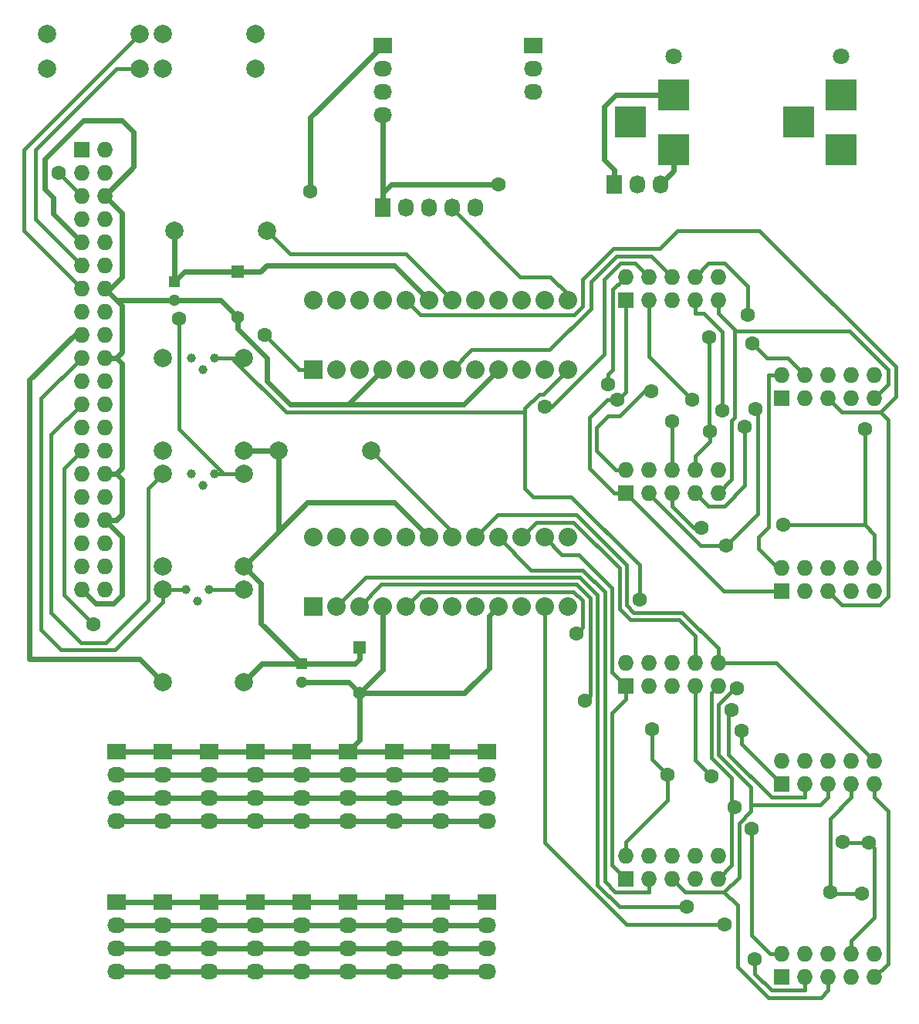
<source format=gbr>
G04 #@! TF.FileFunction,Copper,L1,Top,Signal*
%FSLAX46Y46*%
G04 Gerber Fmt 4.6, Leading zero omitted, Abs format (unit mm)*
G04 Created by KiCad (PCBNEW 4.0.2-stable) date Friday, 12 August 2016 'pmt' 16:12:33*
%MOMM*%
G01*
G04 APERTURE LIST*
%ADD10C,0.100000*%
%ADD11R,1.300000X1.300000*%
%ADD12C,1.300000*%
%ADD13R,1.400000X1.400000*%
%ADD14C,1.400000*%
%ADD15R,3.500120X3.500120*%
%ADD16C,1.800000*%
%ADD17R,2.032000X1.727200*%
%ADD18O,2.032000X1.727200*%
%ADD19R,1.727200X2.032000*%
%ADD20O,1.727200X2.032000*%
%ADD21R,1.727200X1.727200*%
%ADD22O,1.727200X1.727200*%
%ADD23C,1.000760*%
%ADD24C,1.998980*%
%ADD25R,2.032000X2.032000*%
%ADD26C,2.032000*%
%ADD27C,1.600000*%
%ADD28C,0.600000*%
%ADD29C,0.400000*%
G04 APERTURE END LIST*
D10*
D11*
X29210000Y-118650000D03*
D12*
X29210000Y-120650000D03*
D13*
X36195000Y-117555000D03*
D14*
X36195000Y-122555000D03*
D13*
X49530000Y-158750000D03*
D14*
X49530000Y-163750000D03*
D15*
X102423000Y-104148140D03*
X102423000Y-98148660D03*
X97724000Y-101148400D03*
D16*
X102423000Y-93948000D03*
D15*
X84008000Y-104148140D03*
X84008000Y-98148660D03*
X79309000Y-101148400D03*
D16*
X84008000Y-93948000D03*
D17*
X22860000Y-186690000D03*
D18*
X22860000Y-189230000D03*
X22860000Y-191770000D03*
X22860000Y-194310000D03*
D17*
X22860000Y-170180000D03*
D18*
X22860000Y-172720000D03*
X22860000Y-175260000D03*
X22860000Y-177800000D03*
D17*
X27940000Y-186690000D03*
D18*
X27940000Y-189230000D03*
X27940000Y-191770000D03*
X27940000Y-194310000D03*
D17*
X27940000Y-170180000D03*
D18*
X27940000Y-172720000D03*
X27940000Y-175260000D03*
X27940000Y-177800000D03*
D17*
X33020000Y-186690000D03*
D18*
X33020000Y-189230000D03*
X33020000Y-191770000D03*
X33020000Y-194310000D03*
D17*
X33020000Y-170180000D03*
D18*
X33020000Y-172720000D03*
X33020000Y-175260000D03*
X33020000Y-177800000D03*
D17*
X38100000Y-186690000D03*
D18*
X38100000Y-189230000D03*
X38100000Y-191770000D03*
X38100000Y-194310000D03*
D17*
X38100000Y-170180000D03*
D18*
X38100000Y-172720000D03*
X38100000Y-175260000D03*
X38100000Y-177800000D03*
D17*
X43180000Y-186690000D03*
D18*
X43180000Y-189230000D03*
X43180000Y-191770000D03*
X43180000Y-194310000D03*
D17*
X43180000Y-170180000D03*
D18*
X43180000Y-172720000D03*
X43180000Y-175260000D03*
X43180000Y-177800000D03*
D17*
X48260000Y-186690000D03*
D18*
X48260000Y-189230000D03*
X48260000Y-191770000D03*
X48260000Y-194310000D03*
D17*
X48260000Y-170180000D03*
D18*
X48260000Y-172720000D03*
X48260000Y-175260000D03*
X48260000Y-177800000D03*
D17*
X53340000Y-186690000D03*
D18*
X53340000Y-189230000D03*
X53340000Y-191770000D03*
X53340000Y-194310000D03*
D17*
X53340000Y-170180000D03*
D18*
X53340000Y-172720000D03*
X53340000Y-175260000D03*
X53340000Y-177800000D03*
D17*
X58420000Y-186690000D03*
D18*
X58420000Y-189230000D03*
X58420000Y-191770000D03*
X58420000Y-194310000D03*
D17*
X58420000Y-170180000D03*
D18*
X58420000Y-172720000D03*
X58420000Y-175260000D03*
X58420000Y-177800000D03*
D17*
X63500000Y-186690000D03*
D18*
X63500000Y-189230000D03*
X63500000Y-191770000D03*
X63500000Y-194310000D03*
D17*
X63500000Y-170180000D03*
D18*
X63500000Y-172720000D03*
X63500000Y-175260000D03*
X63500000Y-177800000D03*
D19*
X52070000Y-110490000D03*
D20*
X54610000Y-110490000D03*
X57150000Y-110490000D03*
X59690000Y-110490000D03*
X62230000Y-110490000D03*
D21*
X95885000Y-194945000D03*
D22*
X95885000Y-192405000D03*
X98425000Y-194945000D03*
X98425000Y-192405000D03*
X100965000Y-194945000D03*
X100965000Y-192405000D03*
X103505000Y-194945000D03*
X103505000Y-192405000D03*
X106045000Y-194945000D03*
X106045000Y-192405000D03*
D21*
X78740000Y-184150000D03*
D22*
X78740000Y-181610000D03*
X81280000Y-184150000D03*
X81280000Y-181610000D03*
X83820000Y-184150000D03*
X83820000Y-181610000D03*
X86360000Y-184150000D03*
X86360000Y-181610000D03*
X88900000Y-184150000D03*
X88900000Y-181610000D03*
D21*
X95885000Y-173778000D03*
D22*
X95885000Y-171238000D03*
X98425000Y-173778000D03*
X98425000Y-171238000D03*
X100965000Y-173778000D03*
X100965000Y-171238000D03*
X103505000Y-173778000D03*
X103505000Y-171238000D03*
X106045000Y-173778000D03*
X106045000Y-171238000D03*
D21*
X78740000Y-162983000D03*
D22*
X78740000Y-160443000D03*
X81280000Y-162983000D03*
X81280000Y-160443000D03*
X83820000Y-162983000D03*
X83820000Y-160443000D03*
X86360000Y-162983000D03*
X86360000Y-160443000D03*
X88900000Y-162983000D03*
X88900000Y-160443000D03*
D21*
X78740000Y-141817000D03*
D22*
X78740000Y-139277000D03*
X81280000Y-141817000D03*
X81280000Y-139277000D03*
X83820000Y-141817000D03*
X83820000Y-139277000D03*
X86360000Y-141817000D03*
X86360000Y-139277000D03*
X88900000Y-141817000D03*
X88900000Y-139277000D03*
D21*
X78752400Y-120650000D03*
D22*
X78752400Y-118110000D03*
X81292400Y-120650000D03*
X81292400Y-118110000D03*
X83832400Y-120650000D03*
X83832400Y-118110000D03*
X86372400Y-120650000D03*
X86372400Y-118110000D03*
X88912400Y-120650000D03*
X88912400Y-118110000D03*
D21*
X95885000Y-152612000D03*
D22*
X95885000Y-150072000D03*
X98425000Y-152612000D03*
X98425000Y-150072000D03*
X100965000Y-152612000D03*
X100965000Y-150072000D03*
X103505000Y-152612000D03*
X103505000Y-150072000D03*
X106045000Y-152612000D03*
X106045000Y-150072000D03*
D21*
X95885000Y-131445000D03*
D22*
X95885000Y-128905000D03*
X98425000Y-131445000D03*
X98425000Y-128905000D03*
X100965000Y-131445000D03*
X100965000Y-128905000D03*
X103505000Y-131445000D03*
X103505000Y-128905000D03*
X106045000Y-131445000D03*
X106045000Y-128905000D03*
D19*
X77470000Y-107950000D03*
D20*
X80010000Y-107950000D03*
X82550000Y-107950000D03*
D17*
X68580000Y-92710000D03*
D18*
X68580000Y-95250000D03*
X68580000Y-97790000D03*
D17*
X52070000Y-92710000D03*
D18*
X52070000Y-95250000D03*
X52070000Y-97790000D03*
X52070000Y-100330000D03*
D23*
X32385000Y-128270000D03*
X31115000Y-127000000D03*
X33655000Y-127000000D03*
X32385000Y-140970000D03*
X31115000Y-139700000D03*
X33655000Y-139700000D03*
X31750000Y-153670000D03*
X30480000Y-152400000D03*
X33020000Y-152400000D03*
D24*
X27940000Y-137160000D03*
X27940000Y-127000000D03*
X36830000Y-137160000D03*
X36830000Y-127000000D03*
X27940000Y-149860000D03*
X27940000Y-139700000D03*
X36830000Y-149860000D03*
X36830000Y-139700000D03*
X27940000Y-162560000D03*
X27940000Y-152400000D03*
X36830000Y-162560000D03*
X36830000Y-152400000D03*
X40640000Y-137160000D03*
X50800000Y-137160000D03*
X29210000Y-113030000D03*
X39370000Y-113030000D03*
X25400000Y-95250000D03*
X15240000Y-95250000D03*
X38100000Y-95250000D03*
X27940000Y-95250000D03*
X25400000Y-91440000D03*
X15240000Y-91440000D03*
X38100000Y-91440000D03*
X27940000Y-91440000D03*
D21*
X19050000Y-104140000D03*
D22*
X21590000Y-104140000D03*
X19050000Y-106680000D03*
X21590000Y-106680000D03*
X19050000Y-109220000D03*
X21590000Y-109220000D03*
X19050000Y-111760000D03*
X21590000Y-111760000D03*
X19050000Y-114300000D03*
X21590000Y-114300000D03*
X19050000Y-116840000D03*
X21590000Y-116840000D03*
X19050000Y-119380000D03*
X21590000Y-119380000D03*
X19050000Y-121920000D03*
X21590000Y-121920000D03*
X19050000Y-124460000D03*
X21590000Y-124460000D03*
X19050000Y-127000000D03*
X21590000Y-127000000D03*
X19050000Y-129540000D03*
X21590000Y-129540000D03*
X19050000Y-132080000D03*
X21590000Y-132080000D03*
X19050000Y-134620000D03*
X21590000Y-134620000D03*
X19050000Y-137160000D03*
X21590000Y-137160000D03*
X19050000Y-139700000D03*
X21590000Y-139700000D03*
X19050000Y-142240000D03*
X21590000Y-142240000D03*
X19050000Y-144780000D03*
X21590000Y-144780000D03*
X19050000Y-147320000D03*
X21590000Y-147320000D03*
X19050000Y-149860000D03*
X21590000Y-149860000D03*
X19050000Y-152400000D03*
X21590000Y-152400000D03*
D25*
X44450000Y-154305000D03*
D26*
X46990000Y-154305000D03*
X49530000Y-154305000D03*
X52070000Y-154305000D03*
X54610000Y-154305000D03*
X57150000Y-154305000D03*
X59690000Y-154305000D03*
X62230000Y-154305000D03*
X64770000Y-154305000D03*
X67310000Y-154305000D03*
X69850000Y-154305000D03*
X72390000Y-154305000D03*
X72390000Y-146685000D03*
X69850000Y-146685000D03*
X67310000Y-146685000D03*
X64770000Y-146685000D03*
X62230000Y-146685000D03*
X59690000Y-146685000D03*
X57150000Y-146685000D03*
X54610000Y-146685000D03*
X52070000Y-146685000D03*
X49530000Y-146685000D03*
X46990000Y-146685000D03*
X44450000Y-146685000D03*
D25*
X44450000Y-128270000D03*
D26*
X46990000Y-128270000D03*
X49530000Y-128270000D03*
X52070000Y-128270000D03*
X54610000Y-128270000D03*
X57150000Y-128270000D03*
X59690000Y-128270000D03*
X62230000Y-128270000D03*
X64770000Y-128270000D03*
X67310000Y-128270000D03*
X69850000Y-128270000D03*
X72390000Y-128270000D03*
X72390000Y-120650000D03*
X69850000Y-120650000D03*
X67310000Y-120650000D03*
X64770000Y-120650000D03*
X62230000Y-120650000D03*
X59690000Y-120650000D03*
X57150000Y-120650000D03*
X54610000Y-120650000D03*
X52070000Y-120650000D03*
X49530000Y-120650000D03*
X46990000Y-120650000D03*
X44450000Y-120650000D03*
D11*
X43180000Y-160560000D03*
D12*
X43180000Y-162560000D03*
D27*
X64770000Y-107950000D03*
X44155600Y-108717900D03*
X16535021Y-106680000D03*
X20320000Y-156210000D03*
X29782500Y-122743200D03*
X80248400Y-153559500D03*
X91432100Y-167912500D03*
X83312400Y-172722600D03*
X92582400Y-178707800D03*
X81610100Y-167773800D03*
X92888700Y-192962200D03*
X90380100Y-165665200D03*
X85469400Y-187252700D03*
X90970700Y-163274900D03*
X89621700Y-189148200D03*
X88143400Y-172896100D03*
X101183600Y-185626200D03*
X104655300Y-185766300D03*
X105455700Y-180224300D03*
X102577500Y-180128900D03*
X90685300Y-176337500D03*
X74236900Y-164606500D03*
X73383300Y-157231000D03*
X77848543Y-131626543D03*
X76809391Y-129917681D03*
X81531100Y-130659800D03*
X89807900Y-147594200D03*
X86039900Y-131595100D03*
X92991500Y-132595700D03*
X87059300Y-145676700D03*
X83820000Y-133930700D03*
X91832400Y-134544600D03*
X89307000Y-132818200D03*
X92108000Y-122278000D03*
X88005900Y-135077700D03*
X87941300Y-124730200D03*
X104969000Y-134780500D03*
X96075800Y-145303800D03*
X69850000Y-132368900D03*
X92673800Y-125444100D03*
X39115000Y-124473400D03*
D28*
X57150000Y-120650000D02*
X53340000Y-116840000D01*
X53340000Y-116840000D02*
X39370000Y-116840000D01*
X39370000Y-116840000D02*
X38655000Y-117555000D01*
X38655000Y-117555000D02*
X36195000Y-117555000D01*
X38735000Y-156115000D02*
X43180000Y-160560000D01*
X38735000Y-151765000D02*
X38735000Y-156115000D01*
X36830000Y-149860000D02*
X38735000Y-151765000D01*
X53340000Y-142875000D02*
X57150000Y-146685000D01*
X43815000Y-142875000D02*
X53340000Y-142875000D01*
X40640000Y-146050000D02*
X43815000Y-142875000D01*
X37829500Y-148861000D02*
X40640000Y-146050000D01*
X36830000Y-149860000D02*
X37829500Y-148861000D01*
X29210000Y-118650000D02*
X29210000Y-113030000D01*
X30305000Y-117555000D02*
X29210000Y-118650000D01*
X36195000Y-117555000D02*
X30305000Y-117555000D01*
X40640000Y-137160000D02*
X36830000Y-137160000D01*
X40640000Y-146050000D02*
X40640000Y-137160000D01*
X49530000Y-160050000D02*
X49530000Y-158750000D01*
X49020000Y-160560000D02*
X49530000Y-160050000D01*
X43180000Y-160560000D02*
X49020000Y-160560000D01*
X38830000Y-160560000D02*
X36830000Y-162560000D01*
X43180000Y-160560000D02*
X38830000Y-160560000D01*
X22860000Y-127000000D02*
X23495000Y-127635000D01*
X23495000Y-127635000D02*
X23495000Y-139065000D01*
X23495000Y-139065000D02*
X22860000Y-139700000D01*
X21590000Y-119380000D02*
X23495000Y-121285000D01*
X23495000Y-121285000D02*
X23495000Y-126365000D01*
X23495000Y-126365000D02*
X22860000Y-127000000D01*
X22860000Y-127000000D02*
X22225000Y-127000000D01*
X21590000Y-109220000D02*
X23495000Y-111125000D01*
X23495000Y-111125000D02*
X23495000Y-118110000D01*
X23495000Y-118110000D02*
X22225000Y-119380000D01*
X22225000Y-119380000D02*
X21590000Y-119380000D01*
X21590000Y-127000000D02*
X22225000Y-127000000D01*
X21590000Y-139700000D02*
X22860000Y-139700000D01*
X23495000Y-144145000D02*
X22860000Y-144780000D01*
X22860000Y-139700000D02*
X23495000Y-140335000D01*
X23495000Y-140335000D02*
X23495000Y-144145000D01*
X22860000Y-144780000D02*
X21590000Y-144780000D01*
X52070000Y-108874000D02*
X52070000Y-100330000D01*
X15035011Y-105167988D02*
X15035011Y-108512819D01*
X17879816Y-102322990D02*
X15035011Y-105167988D01*
X15935022Y-111185022D02*
X19050000Y-114300000D01*
X15035011Y-108512819D02*
X15935022Y-109412829D01*
X19237806Y-100965000D02*
X17879816Y-102322990D01*
X23495000Y-100965000D02*
X19237806Y-100965000D01*
X21590000Y-109220000D02*
X24765000Y-106045000D01*
X15935022Y-109412829D02*
X15935022Y-111185022D01*
X24765000Y-102235000D02*
X23495000Y-100965000D01*
X24765000Y-106045000D02*
X24765000Y-102235000D01*
X52070000Y-161210000D02*
X52070000Y-154305000D01*
X49530000Y-163750000D02*
X52070000Y-161210000D01*
X49530000Y-168910000D02*
X48260000Y-170180000D01*
X49530000Y-163750000D02*
X49530000Y-168910000D01*
X58420000Y-170180000D02*
X63500000Y-170180000D01*
X53340000Y-170180000D02*
X58420000Y-170180000D01*
X48260000Y-170180000D02*
X53340000Y-170180000D01*
X43180000Y-170180000D02*
X48260000Y-170180000D01*
X38100000Y-170180000D02*
X43180000Y-170180000D01*
X33020000Y-170180000D02*
X38100000Y-170180000D01*
X27940000Y-170180000D02*
X33020000Y-170180000D01*
X22860000Y-170180000D02*
X27940000Y-170180000D01*
X58420000Y-186690000D02*
X63500000Y-186690000D01*
X53340000Y-186690000D02*
X58420000Y-186690000D01*
X48260000Y-186690000D02*
X53340000Y-186690000D01*
X43180000Y-186690000D02*
X48260000Y-186690000D01*
X38100000Y-186690000D02*
X43180000Y-186690000D01*
X33020000Y-186690000D02*
X38100000Y-186690000D01*
X27940000Y-186690000D02*
X33020000Y-186690000D01*
X22860000Y-186690000D02*
X27940000Y-186690000D01*
X60960000Y-132080000D02*
X64770000Y-128270000D01*
X48260000Y-132080000D02*
X60960000Y-132080000D01*
X52994000Y-107950000D02*
X64770000Y-107950000D01*
X52070000Y-108874000D02*
X52994000Y-107950000D01*
X22860000Y-120650000D02*
X21590000Y-119380000D01*
X29210000Y-120650000D02*
X22860000Y-120650000D01*
X34290000Y-120650000D02*
X36195000Y-122555000D01*
X29210000Y-120650000D02*
X34290000Y-120650000D01*
X48340000Y-162560000D02*
X49530000Y-163750000D01*
X43180000Y-162560000D02*
X48340000Y-162560000D01*
X20613600Y-153964000D02*
X19050000Y-152400000D01*
X22566400Y-153964000D02*
X20613600Y-153964000D01*
X23495000Y-153035000D02*
X22566400Y-153964000D01*
X23495000Y-146685000D02*
X23495000Y-153035000D01*
X21590000Y-144780000D02*
X23495000Y-146685000D01*
X63500000Y-170180000D02*
X63652400Y-170180000D01*
X63754000Y-161036000D02*
X62230000Y-162560000D01*
X63754000Y-155321000D02*
X63754000Y-161036000D01*
X64770000Y-154305000D02*
X63754000Y-155321000D01*
X62230000Y-162560000D02*
X61595000Y-163195000D01*
X61040000Y-163750000D02*
X61595000Y-163195000D01*
X49530000Y-163750000D02*
X61040000Y-163750000D01*
X61595000Y-163195000D02*
X62230000Y-162560000D01*
X52070000Y-110490000D02*
X52070000Y-108874000D01*
X41910000Y-132080000D02*
X48260000Y-132080000D01*
X39370000Y-129540000D02*
X41910000Y-132080000D01*
X39370000Y-127000000D02*
X39370000Y-129540000D01*
X36195000Y-123825000D02*
X39370000Y-127000000D01*
X36195000Y-122555000D02*
X36195000Y-123825000D01*
X48260000Y-132080000D02*
X52070000Y-128270000D01*
X84008000Y-104148000D02*
X84008000Y-104148100D01*
X84008000Y-106492000D02*
X82550000Y-107950000D01*
X84008000Y-104148100D02*
X84008000Y-106492000D01*
X19050000Y-124460000D02*
X18288000Y-124460000D01*
X18288000Y-124460000D02*
X13335000Y-129413000D01*
X25400000Y-160020000D02*
X27940000Y-162560000D01*
X13335000Y-129413000D02*
X13335000Y-160020000D01*
X13335000Y-160020000D02*
X25400000Y-160020000D01*
X27940000Y-189230000D02*
X33020000Y-189230000D01*
X58420000Y-172720000D02*
X63500000Y-172720000D01*
X53340000Y-172720000D02*
X58420000Y-172720000D01*
X48260000Y-172720000D02*
X53340000Y-172720000D01*
X43180000Y-172720000D02*
X48260000Y-172720000D01*
X38100000Y-172720000D02*
X43180000Y-172720000D01*
X33020000Y-172720000D02*
X38100000Y-172720000D01*
X27940000Y-172720000D02*
X33020000Y-172720000D01*
X22860000Y-172720000D02*
X27940000Y-172720000D01*
X58420000Y-189230000D02*
X63500000Y-189230000D01*
X53340000Y-189230000D02*
X58420000Y-189230000D01*
X48260000Y-189230000D02*
X53340000Y-189230000D01*
X43180000Y-189230000D02*
X48260000Y-189230000D01*
X38100000Y-189230000D02*
X43180000Y-189230000D01*
X33020000Y-189230000D02*
X38100000Y-189230000D01*
X22860000Y-172720000D02*
X22707600Y-172720000D01*
X22860000Y-189230000D02*
X26670000Y-189230000D01*
X26670000Y-189230000D02*
X26940000Y-189230000D01*
X27940000Y-189230000D02*
X26940000Y-189230000D01*
X26940000Y-189230000D02*
X26670000Y-189230000D01*
X44155600Y-100624400D02*
X52070000Y-92710000D01*
X44155600Y-108717900D02*
X44155600Y-100624400D01*
X58420000Y-191770000D02*
X63500000Y-191770000D01*
X53340000Y-191770000D02*
X58420000Y-191770000D01*
X48260000Y-191770000D02*
X53340000Y-191770000D01*
X43180000Y-191770000D02*
X48260000Y-191770000D01*
X38100000Y-191770000D02*
X43180000Y-191770000D01*
X33020000Y-191770000D02*
X38100000Y-191770000D01*
X27940000Y-191770000D02*
X33020000Y-191770000D01*
X22860000Y-191770000D02*
X27940000Y-191770000D01*
D29*
X16535021Y-106705021D02*
X16535021Y-106680000D01*
X19050000Y-109220000D02*
X16535021Y-106705021D01*
D28*
X58420000Y-194310000D02*
X63500000Y-194310000D01*
X53340000Y-194310000D02*
X58420000Y-194310000D01*
X48260000Y-194310000D02*
X53340000Y-194310000D01*
X43180000Y-194310000D02*
X48260000Y-194310000D01*
X38100000Y-194310000D02*
X43180000Y-194310000D01*
X33020000Y-194310000D02*
X38100000Y-194310000D01*
X27940000Y-194310000D02*
X33020000Y-194310000D01*
X22860000Y-194310000D02*
X27940000Y-194310000D01*
D29*
X17110000Y-153000000D02*
X20320000Y-156210000D01*
X19050000Y-137160000D02*
X17110000Y-139100000D01*
X17110000Y-139100000D02*
X17110000Y-153000000D01*
D28*
X58420000Y-175260000D02*
X63500000Y-175260000D01*
X53340000Y-175260000D02*
X58420000Y-175260000D01*
X48260000Y-175260000D02*
X53340000Y-175260000D01*
X43180000Y-175260000D02*
X48260000Y-175260000D01*
X38100000Y-175260000D02*
X43180000Y-175260000D01*
X33020000Y-175260000D02*
X38100000Y-175260000D01*
X27940000Y-175260000D02*
X33020000Y-175260000D01*
X22860000Y-175260000D02*
X27940000Y-175260000D01*
X58420000Y-177800000D02*
X63500000Y-177800000D01*
X53340000Y-177800000D02*
X58420000Y-177800000D01*
X48260000Y-177800000D02*
X53340000Y-177800000D01*
X43180000Y-177800000D02*
X48260000Y-177800000D01*
X38100000Y-177800000D02*
X43180000Y-177800000D01*
X33020000Y-177800000D02*
X38100000Y-177800000D01*
X27940000Y-177800000D02*
X33020000Y-177800000D01*
X22860000Y-177800000D02*
X27940000Y-177800000D01*
D29*
X59690000Y-110490000D02*
X59690000Y-110642000D01*
X59690000Y-110642000D02*
X67158000Y-118110000D01*
X67158000Y-118110000D02*
X70485000Y-118110000D01*
X70485000Y-118110000D02*
X72390000Y-120015000D01*
X72390000Y-120015000D02*
X72390000Y-120650000D01*
X36830000Y-139700000D02*
X34642700Y-139700000D01*
X34642700Y-139700000D02*
X33655000Y-139700000D01*
X29782500Y-134839800D02*
X29782500Y-122743200D01*
X34642700Y-139700000D02*
X29782500Y-134839800D01*
X67665700Y-132994300D02*
X67665700Y-141325700D01*
X72752700Y-142240000D02*
X80248400Y-149735700D01*
X67665700Y-141325700D02*
X68580000Y-142240000D01*
X68580000Y-142240000D02*
X72752700Y-142240000D01*
X80248400Y-149735700D02*
X80248400Y-153559500D01*
X36830000Y-127000000D02*
X35737900Y-127000000D01*
X35737900Y-127000000D02*
X33655000Y-127000000D01*
X41482800Y-132994300D02*
X67665700Y-132994300D01*
X35737900Y-127249400D02*
X41482800Y-132994300D01*
X35737900Y-127000000D02*
X35737900Y-127249400D01*
X67665700Y-132573000D02*
X67665700Y-132994300D01*
X69270100Y-130968600D02*
X67665700Y-132573000D01*
X69691400Y-130968600D02*
X69270100Y-130968600D01*
X72390000Y-128270000D02*
X69691400Y-130968600D01*
X77244600Y-182654600D02*
X78740000Y-184150000D01*
X77244600Y-165942300D02*
X77244600Y-182654600D01*
X78740000Y-164446900D02*
X77244600Y-165942300D01*
X78740000Y-162983000D02*
X78740000Y-164446900D01*
X77244600Y-161487600D02*
X78740000Y-162983000D01*
X77244600Y-152231600D02*
X77244600Y-161487600D01*
X73615500Y-148602500D02*
X77244600Y-152231600D01*
X71767500Y-148602500D02*
X73615500Y-148602500D01*
X69850000Y-146685000D02*
X71767500Y-148602500D01*
X91432100Y-169325100D02*
X95885000Y-173778000D01*
X91432100Y-167912500D02*
X91432100Y-169325100D01*
X95885000Y-192405000D02*
X94615000Y-192405000D01*
X92582400Y-190372400D02*
X92582400Y-178707800D01*
X94615000Y-192405000D02*
X92582400Y-190372400D01*
X78740000Y-181610000D02*
X78740000Y-180146100D01*
X83312400Y-175573700D02*
X83312400Y-172722600D01*
X78740000Y-180146100D02*
X83312400Y-175573700D01*
X81610100Y-171020300D02*
X81610100Y-167773800D01*
X83312400Y-172722600D02*
X81610100Y-171020300D01*
X98425000Y-194945000D02*
X98425000Y-196408900D01*
X81280000Y-184150000D02*
X81280000Y-185613900D01*
X92888700Y-194567300D02*
X92888700Y-192962200D01*
X94730300Y-196408900D02*
X92888700Y-194567300D01*
X98425000Y-196408900D02*
X94730300Y-196408900D01*
X77596600Y-185613900D02*
X81280000Y-185613900D01*
X76444200Y-184461500D02*
X77596600Y-185613900D01*
X76444200Y-152677900D02*
X76444200Y-184461500D01*
X74036400Y-150270100D02*
X76444200Y-152677900D01*
X68355100Y-150270100D02*
X74036400Y-150270100D01*
X64770000Y-146685000D02*
X68355100Y-150270100D01*
X98425000Y-173778000D02*
X98425000Y-175241900D01*
X94763500Y-175241900D02*
X98425000Y-175241900D01*
X90031800Y-170510200D02*
X94763500Y-175241900D01*
X90031800Y-166013500D02*
X90031800Y-170510200D01*
X90380100Y-165665200D02*
X90031800Y-166013500D01*
X78064800Y-187252700D02*
X85469400Y-187252700D01*
X75643900Y-184831800D02*
X78064800Y-187252700D01*
X75643900Y-153009300D02*
X75643900Y-184831800D01*
X73705000Y-151070400D02*
X75643900Y-153009300D01*
X50224600Y-151070400D02*
X73705000Y-151070400D01*
X46990000Y-154305000D02*
X50224600Y-151070400D01*
X100965000Y-173778000D02*
X100965000Y-175241900D01*
X100137900Y-176069000D02*
X92503300Y-176069000D01*
X100965000Y-175241900D02*
X100137900Y-176069000D01*
X90734300Y-163274900D02*
X90970700Y-163274900D01*
X88950000Y-165059200D02*
X90734300Y-163274900D01*
X88950000Y-170560200D02*
X88950000Y-165059200D01*
X92503300Y-174113500D02*
X88950000Y-170560200D01*
X92503300Y-176069000D02*
X92503300Y-174113500D01*
X85284000Y-185614000D02*
X89541200Y-185614000D01*
X83820000Y-184150000D02*
X85284000Y-185614000D01*
X92503300Y-176720800D02*
X92503300Y-176069000D01*
X91182000Y-178042100D02*
X92503300Y-176720800D01*
X91182000Y-183973200D02*
X91182000Y-178042100D01*
X89541200Y-185614000D02*
X91182000Y-183973200D01*
X100965000Y-194945000D02*
X100965000Y-196408900D01*
X91022000Y-187094800D02*
X89541200Y-185614000D01*
X91022000Y-193837100D02*
X91022000Y-187094800D01*
X94406100Y-197221200D02*
X91022000Y-193837100D01*
X100152700Y-197221200D02*
X94406100Y-197221200D01*
X100965000Y-196408900D02*
X100152700Y-197221200D01*
X78828600Y-189148200D02*
X89621700Y-189148200D01*
X69850000Y-180169600D02*
X78828600Y-189148200D01*
X69850000Y-154305000D02*
X69850000Y-180169600D01*
X86360000Y-162983000D02*
X86360000Y-171112700D01*
X103505000Y-173778000D02*
X103505000Y-175241900D01*
X88143400Y-172896100D02*
X86360000Y-171112700D01*
X101323700Y-185766300D02*
X101183600Y-185626200D01*
X104655300Y-185766300D02*
X101323700Y-185766300D01*
X101177200Y-185619800D02*
X101183600Y-185626200D01*
X101177200Y-177569700D02*
X101177200Y-185619800D01*
X103505000Y-175241900D02*
X101177200Y-177569700D01*
X86360000Y-160443000D02*
X86360000Y-157480000D01*
X86360000Y-157480000D02*
X84640100Y-155760100D01*
X78047700Y-154537000D02*
X78047700Y-150054700D01*
X78047700Y-150054700D02*
X73032500Y-145039500D01*
X84640100Y-155760100D02*
X79270800Y-155760100D01*
X79270800Y-155760100D02*
X78047700Y-154537000D01*
X73032500Y-145039500D02*
X68955500Y-145039500D01*
X68955500Y-145039500D02*
X67310000Y-146685000D01*
X103505000Y-192405000D02*
X103505000Y-190941100D01*
X106055600Y-180824200D02*
X105455700Y-180224300D01*
X106055600Y-188390500D02*
X106055600Y-180824200D01*
X103505000Y-190941100D02*
X106055600Y-188390500D01*
X102672900Y-180224300D02*
X102577500Y-180128900D01*
X105455700Y-180224300D02*
X102672900Y-180224300D01*
X107521800Y-193468200D02*
X106045000Y-194945000D01*
X107521800Y-176718700D02*
X107521800Y-193468200D01*
X106045000Y-175241900D02*
X107521800Y-176718700D01*
X106045000Y-173778000D02*
X106045000Y-175241900D01*
X90381600Y-182668400D02*
X88900000Y-184150000D01*
X90381600Y-176337500D02*
X90381600Y-182668400D01*
X90685300Y-176337500D02*
X90381600Y-176337500D01*
X88149700Y-163733300D02*
X88900000Y-162983000D01*
X88149700Y-170891700D02*
X88149700Y-163733300D01*
X90381600Y-173123600D02*
X88149700Y-170891700D01*
X90381600Y-176337500D02*
X90381600Y-173123600D01*
X64675800Y-144239200D02*
X62230000Y-146685000D01*
X73363900Y-144239200D02*
X64675800Y-144239200D01*
X78848000Y-149723300D02*
X73363900Y-144239200D01*
X88900000Y-158888614D02*
X84971186Y-154959800D01*
X79649000Y-154959800D02*
X78848000Y-154158800D01*
X88900000Y-160443000D02*
X88900000Y-158888614D01*
X84971186Y-154959800D02*
X79649000Y-154959800D01*
X78848000Y-154158800D02*
X78848000Y-149723300D01*
X95250000Y-160443000D02*
X106045000Y-171238000D01*
X88900000Y-160443000D02*
X95250000Y-160443000D01*
X74843600Y-163999800D02*
X74236900Y-164606500D01*
X74843600Y-153340700D02*
X74843600Y-163999800D01*
X73373600Y-151870700D02*
X74843600Y-153340700D01*
X51964300Y-151870700D02*
X73373600Y-151870700D01*
X49530000Y-154305000D02*
X51964300Y-151870700D01*
X74006400Y-156607900D02*
X73383300Y-157231000D01*
X74006400Y-153635400D02*
X74006400Y-156607900D01*
X73042100Y-152671100D02*
X74006400Y-153635400D01*
X56243900Y-152671100D02*
X73042100Y-152671100D01*
X54610000Y-154305000D02*
X56243900Y-152671100D01*
X76717173Y-131626543D02*
X77848543Y-131626543D01*
X74764990Y-133578726D02*
X76717173Y-131626543D01*
X74764990Y-139105590D02*
X74764990Y-133578726D01*
X77476400Y-141817000D02*
X74764990Y-139105590D01*
X78740000Y-141817000D02*
X77476400Y-141817000D01*
X78752400Y-120650000D02*
X78752400Y-130722686D01*
X78752400Y-130722686D02*
X77848543Y-131626543D01*
X89535000Y-152612000D02*
X78740000Y-141817000D01*
X95885000Y-152612000D02*
X89535000Y-152612000D01*
X95885000Y-150072000D02*
X95462000Y-150072000D01*
X94421100Y-128905000D02*
X95885000Y-128905000D01*
X95462000Y-150072000D02*
X93345000Y-147955000D01*
X93345000Y-147955000D02*
X93345000Y-146685000D01*
X93345000Y-146685000D02*
X94421100Y-145608900D01*
X94421100Y-145608900D02*
X94421100Y-128905000D01*
X78740000Y-139277000D02*
X77682000Y-139277000D01*
X75565000Y-134620000D02*
X76835000Y-133350000D01*
X77682000Y-139277000D02*
X75565000Y-137160000D01*
X75565000Y-137160000D02*
X75565000Y-134620000D01*
X76835000Y-133350000D02*
X78105000Y-133350000D01*
X78105000Y-133350000D02*
X80795200Y-130659800D01*
X80795200Y-130659800D02*
X81531100Y-130659800D01*
X77287488Y-128308214D02*
X76809391Y-128786311D01*
X78752400Y-118110000D02*
X77888801Y-118973599D01*
X77888801Y-118973599D02*
X77791701Y-118973599D01*
X76809391Y-128786311D02*
X76809391Y-129917681D01*
X77791701Y-118973599D02*
X77287488Y-119477812D01*
X77287488Y-119477812D02*
X77287488Y-128308214D01*
X81292400Y-126847600D02*
X86039900Y-131595100D01*
X81292400Y-120650000D02*
X81292400Y-126847600D01*
X86969200Y-147594200D02*
X89807900Y-147594200D01*
X81280000Y-141905000D02*
X86969200Y-147594200D01*
X81280000Y-141817000D02*
X81280000Y-141905000D01*
X93232700Y-132836900D02*
X92991500Y-132595700D01*
X93232700Y-144169400D02*
X93232700Y-132836900D01*
X89807900Y-147594200D02*
X93232700Y-144169400D01*
X54610000Y-120650000D02*
X56226400Y-122266400D01*
X82457000Y-115028000D02*
X84455000Y-113030000D01*
X108354500Y-127955300D02*
X108354500Y-131271600D01*
X56226400Y-122266400D02*
X73110200Y-122266400D01*
X73110200Y-122266400D02*
X74030600Y-121346000D01*
X108354500Y-131271600D02*
X106669800Y-132956300D01*
X74030600Y-121346000D02*
X74030600Y-118376500D01*
X74030600Y-118376500D02*
X77379100Y-115028000D01*
X77379100Y-115028000D02*
X82457000Y-115028000D01*
X84455000Y-113030000D02*
X93429200Y-113030000D01*
X93429200Y-113030000D02*
X108354500Y-127955300D01*
X107541900Y-133828400D02*
X106669800Y-132956300D01*
X107541900Y-153212700D02*
X107541900Y-133828400D01*
X106646500Y-154108100D02*
X107541900Y-153212700D01*
X102461100Y-154108100D02*
X106646500Y-154108100D01*
X100965000Y-152612000D02*
X102461100Y-154108100D01*
X102476300Y-132956300D02*
X100965000Y-131445000D01*
X106669800Y-132956300D02*
X102476300Y-132956300D01*
X83820000Y-141817000D02*
X83820000Y-143280900D01*
X86215800Y-145676700D02*
X83820000Y-143280900D01*
X87059300Y-145676700D02*
X86215800Y-145676700D01*
X83820000Y-139277000D02*
X83820000Y-133930700D01*
X91832400Y-141012000D02*
X91832400Y-134544600D01*
X89563400Y-143281000D02*
X91832400Y-141012000D01*
X87824000Y-143281000D02*
X89563400Y-143281000D01*
X86360000Y-141817000D02*
X87824000Y-143281000D01*
X86372400Y-120650000D02*
X86372400Y-122113900D01*
X87305300Y-122113900D02*
X86372400Y-122113900D01*
X89341600Y-124150200D02*
X87305300Y-122113900D01*
X89341600Y-132783600D02*
X89341600Y-124150200D01*
X89307000Y-132818200D02*
X89341600Y-132783600D01*
X86360000Y-139277000D02*
X86360000Y-137813100D01*
X88005900Y-136167200D02*
X86360000Y-137813100D01*
X88005900Y-135077700D02*
X88005900Y-136167200D01*
X92108000Y-119186000D02*
X92108000Y-122278000D01*
X89568000Y-116646000D02*
X92108000Y-119186000D01*
X87836400Y-116646000D02*
X89568000Y-116646000D01*
X86372400Y-118110000D02*
X87836400Y-116646000D01*
X87871200Y-134943000D02*
X88005900Y-135077700D01*
X87871200Y-124800300D02*
X87871200Y-134943000D01*
X87941300Y-124730200D02*
X87871200Y-124800300D01*
X88912400Y-120650000D02*
X88912400Y-122113900D01*
X103311100Y-124043800D02*
X90707600Y-124043800D01*
X107554100Y-128286800D02*
X103311100Y-124043800D01*
X107554100Y-129935900D02*
X107554100Y-128286800D01*
X106045000Y-131445000D02*
X107554100Y-129935900D01*
X90707600Y-123909100D02*
X90707600Y-124043800D01*
X88912400Y-122113900D02*
X90707600Y-123909100D01*
X90364100Y-140352900D02*
X88900000Y-141817000D01*
X90364100Y-133887000D02*
X90364100Y-140352900D01*
X90707600Y-133543500D02*
X90364100Y-133887000D01*
X90707600Y-124043800D02*
X90707600Y-133543500D01*
X104969000Y-145303800D02*
X96075800Y-145303800D01*
X106045000Y-146379800D02*
X104969000Y-145303800D01*
X106045000Y-150072000D02*
X106045000Y-146379800D01*
X104969000Y-145303800D02*
X104969000Y-134780500D01*
X70612700Y-132368900D02*
X69850000Y-132368900D01*
X76390800Y-126590800D02*
X70612700Y-132368900D01*
X76390800Y-118378200D02*
X76390800Y-126590800D01*
X78140200Y-116628800D02*
X76390800Y-118378200D01*
X79811200Y-116628800D02*
X78140200Y-116628800D01*
X81292400Y-118110000D02*
X79811200Y-116628800D01*
X61820000Y-126140000D02*
X59690000Y-128270000D01*
X70391500Y-126140000D02*
X61820000Y-126140000D01*
X74927600Y-121603900D02*
X70391500Y-126140000D01*
X74927600Y-118686500D02*
X74927600Y-121603900D01*
X77785700Y-115828400D02*
X74927600Y-118686500D01*
X81550800Y-115828400D02*
X77785700Y-115828400D01*
X83832400Y-118110000D02*
X81550800Y-115828400D01*
X92673800Y-125444100D02*
X94229700Y-127000000D01*
X94229700Y-127000000D02*
X96520000Y-127000000D01*
X96520000Y-127000000D02*
X98425000Y-128905000D01*
X15710000Y-154942002D02*
X19012999Y-158245001D01*
X19012999Y-158245001D02*
X21720499Y-158245001D01*
X19050000Y-132080000D02*
X15710000Y-135420000D01*
X15710000Y-135420000D02*
X15710000Y-154942002D01*
X26340500Y-153625000D02*
X26340500Y-141299500D01*
X26340500Y-141299500D02*
X27940000Y-139700000D01*
X21720499Y-158245001D02*
X26340500Y-153625000D01*
X19050000Y-127000000D02*
X14605000Y-131445000D01*
X14605000Y-131445000D02*
X14605000Y-156845000D01*
X27940000Y-153813492D02*
X27940000Y-152400000D01*
X14605000Y-156845000D02*
X16805012Y-159045012D01*
X16805012Y-159045012D02*
X22708480Y-159045012D01*
X22708480Y-159045012D02*
X27940000Y-153813492D01*
X30480000Y-152400000D02*
X27940000Y-152400000D01*
X36830000Y-152400000D02*
X33020000Y-152400000D01*
X59690000Y-146050000D02*
X59690000Y-146685000D01*
X50800000Y-137160000D02*
X59690000Y-146050000D01*
X54610000Y-115570000D02*
X59690000Y-120650000D01*
X41910000Y-115570000D02*
X54610000Y-115570000D01*
X39370000Y-113030000D02*
X41910000Y-115570000D01*
X25400000Y-95250000D02*
X22860000Y-95250000D01*
X22860000Y-95250000D02*
X13970000Y-104140000D01*
X13970000Y-104140000D02*
X13970000Y-111760000D01*
X13970000Y-111760000D02*
X19050000Y-116840000D01*
X25400000Y-91440000D02*
X12700000Y-104140000D01*
X12700000Y-104140000D02*
X12700000Y-113030000D01*
X12700000Y-113030000D02*
X19050000Y-119380000D01*
X44450000Y-128270000D02*
X42833700Y-128270000D01*
X42833700Y-128192100D02*
X39115000Y-124473400D01*
X42833700Y-128270000D02*
X42833700Y-128192100D01*
D28*
X77658000Y-98149000D02*
X84007700Y-98149000D01*
X76388000Y-99419000D02*
X77658000Y-98149000D01*
X76388000Y-105252000D02*
X76388000Y-99419000D01*
X77470000Y-106334000D02*
X76388000Y-105252000D01*
X77470000Y-107950000D02*
X77470000Y-106334000D01*
X84007700Y-98149000D02*
X84008000Y-98149000D01*
X84007700Y-98149000D02*
X84008000Y-98148700D01*
M02*

</source>
